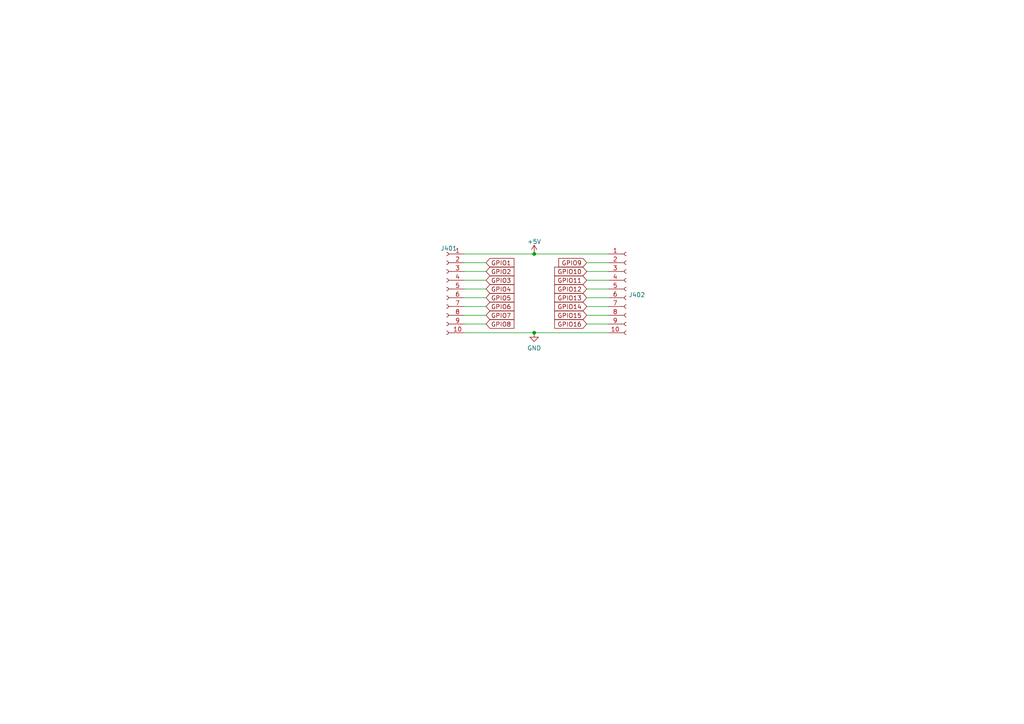
<source format=kicad_sch>
(kicad_sch (version 20211123) (generator eeschema)
  (paper "A4")
  (title_block (title "General Purpose IO module"))
  (lib_symbols
    (symbol "Connector:Conn_01x10_Female" (pin_names (offset 1.016) hide)
      (property "Reference" "J" (at 0 12.7 0))
      (property "Value" "Conn_01x10_Female" (at 0 -15.24 0))
      (symbol "Conn_01x10_Female_1_1"
        (arc (start 0 -12.192) (mid -0.508 -12.7) (end 0 -13.208) (stroke (width 0.1524)))
        (arc (start 0 -9.652) (mid -0.508 -10.16) (end 0 -10.668) (stroke (width 0.1524)))
        (arc (start 0 -7.112) (mid -0.508 -7.62) (end 0 -8.128) (stroke (width 0.1524)))
        (arc (start 0 -4.572) (mid -0.508 -5.08) (end 0 -5.588) (stroke (width 0.1524)))
        (arc (start 0 -2.032) (mid -0.508 -2.54) (end 0 -3.048) (stroke (width 0.1524)))
        (polyline (pts (xy -1.27 -12.7) (xy -0.508 -12.7)) (stroke (width 0.1524)))
        (polyline (pts (xy -1.27 -10.16) (xy -0.508 -10.16)) (stroke (width 0.1524)))
        (polyline (pts (xy -1.27 -7.62) (xy -0.508 -7.62)) (stroke (width 0.1524)))
        (polyline (pts (xy -1.27 -5.08) (xy -0.508 -5.08)) (stroke (width 0.1524)))
        (polyline (pts (xy -1.27 -2.54) (xy -0.508 -2.54)) (stroke (width 0.1524)))
        (polyline (pts (xy -1.27 0) (xy -0.508 0)) (stroke (width 0.1524)))
        (polyline (pts (xy -1.27 2.54) (xy -0.508 2.54)) (stroke (width 0.1524)))
        (polyline (pts (xy -1.27 5.08) (xy -0.508 5.08)) (stroke (width 0.1524)))
        (polyline (pts (xy -1.27 7.62) (xy -0.508 7.62)) (stroke (width 0.1524)))
        (polyline (pts (xy -1.27 10.16) (xy -0.508 10.16)) (stroke (width 0.1524)))
        (arc (start 0 0.508) (mid -0.508 0) (end 0 -0.508) (stroke (width 0.1524)))
        (arc (start 0 3.048) (mid -0.508 2.54) (end 0 2.032) (stroke (width 0.1524)))
        (arc (start 0 5.588) (mid -0.508 5.08) (end 0 4.572) (stroke (width 0.1524)))
        (arc (start 0 8.128) (mid -0.508 7.62) (end 0 7.112) (stroke (width 0.1524)))
        (arc (start 0 10.668) (mid -0.508 10.16) (end 0 9.652) (stroke (width 0.1524)))
        (pin passive line (at -5.08 10.16 0) (length 3.81) (name "Pin_1") (number "1"))
        (pin passive line (at -5.08 -12.7 0) (length 3.81) (name "Pin_10") (number "10"))
        (pin passive line (at -5.08 7.62 0) (length 3.81) (name "Pin_2") (number "2"))
        (pin passive line (at -5.08 5.08 0) (length 3.81) (name "Pin_3") (number "3"))
        (pin passive line (at -5.08 2.54 0) (length 3.81) (name "Pin_4") (number "4"))
        (pin passive line (at -5.08 0 0) (length 3.81) (name "Pin_5") (number "5"))
        (pin passive line (at -5.08 -2.54 0) (length 3.81) (name "Pin_6") (number "6"))
        (pin passive line (at -5.08 -5.08 0) (length 3.81) (name "Pin_7") (number "7"))
        (pin passive line (at -5.08 -7.62 0) (length 3.81) (name "Pin_8") (number "8"))
        (pin passive line (at -5.08 -10.16 0) (length 3.81) (name "Pin_9") (number "9"))
      )
    )
    (symbol "power:+5V" (power) (pin_names (offset 0))
      (property "Value" "+5V" (at 0 3.556 0))
      (symbol "+5V_0_1"
        (polyline (pts (xy -0.762 1.27) (xy 0 2.54)))
        (polyline (pts (xy 0 0) (xy 0 2.54)))
        (polyline (pts (xy 0 2.54) (xy 0.762 1.27)))
      )
      (symbol "+5V_1_1"
        (pin power_in line (at 0 0 90) (length 0) hide (name "+5V") (number "1"))
      )
    )
    (symbol "power:GND" (power) (pin_names (offset 0))
      (property "Value" "GND" (at 0 -3.81 0))
      (symbol "GND_0_1"
        (polyline (pts (xy 0 0) (xy 0 -1.27) (xy 1.27 -1.27) (xy 0 -2.54) (xy -1.27 -1.27) (xy 0 -1.27)))
      )
      (symbol "GND_1_1"
        (pin power_in line (at 0 0 270) (length 0) hide (name "GND") (number "1"))
      )
    )
  )
  (junction (at 154.94 96.52))
  (junction (at 154.94 73.66))
  (wire (pts (xy 140.97 76.2) (xy 134.62 76.2)))
  (wire (pts (xy 140.97 86.36) (xy 134.62 86.36)))
  (wire (pts (xy 134.62 73.66) (xy 154.94 73.66)))
  (wire (pts (xy 170.18 86.36) (xy 176.53 86.36)))
  (wire (pts (xy 140.97 91.44) (xy 134.62 91.44)))
  (wire (pts (xy 134.62 96.52) (xy 154.94 96.52)))
  (wire (pts (xy 140.97 78.74) (xy 134.62 78.74)))
  (wire (pts (xy 140.97 83.82) (xy 134.62 83.82)))
  (wire (pts (xy 170.18 83.82) (xy 176.53 83.82)))
  (wire (pts (xy 170.18 78.74) (xy 176.53 78.74)))
  (wire (pts (xy 140.97 88.9) (xy 134.62 88.9)))
  (wire (pts (xy 170.18 91.44) (xy 176.53 91.44)))
  (wire (pts (xy 170.18 76.2) (xy 176.53 76.2)))
  (wire (pts (xy 154.94 96.52) (xy 176.53 96.52)))
  (wire (pts (xy 140.97 93.98) (xy 134.62 93.98)))
  (wire (pts (xy 170.18 93.98) (xy 176.53 93.98)))
  (wire (pts (xy 170.18 88.9) (xy 176.53 88.9)))
  (wire (pts (xy 140.97 81.28) (xy 134.62 81.28)))
  (wire (pts (xy 170.18 81.28) (xy 176.53 81.28)))
  (wire (pts (xy 154.94 73.66) (xy 176.53 73.66)))
  (global_label "GPIO15" (shape input) (at 170.18 91.44 180) (property "Intersheet References" "${INTERSHEET_REFS}" (effects hide)))
  (global_label "GPIO1" (shape input) (at 140.97 76.2 0) (property "Intersheet References" "${INTERSHEET_REFS}" (effects hide)))
  (global_label "GPIO4" (shape input) (at 140.97 83.82 0) (property "Intersheet References" "${INTERSHEET_REFS}" (effects hide)))
  (global_label "GPIO7" (shape input) (at 140.97 91.44 0) (property "Intersheet References" "${INTERSHEET_REFS}" (effects hide)))
  (global_label "GPIO13" (shape input) (at 170.18 86.36 180) (property "Intersheet References" "${INTERSHEET_REFS}" (effects hide)))
  (global_label "GPIO10" (shape input) (at 170.18 78.74 180) (property "Intersheet References" "${INTERSHEET_REFS}" (effects hide)))
  (global_label "GPIO14" (shape input) (at 170.18 88.9 180) (property "Intersheet References" "${INTERSHEET_REFS}" (effects hide)))
  (global_label "GPIO9" (shape input) (at 170.18 76.2 180) (property "Intersheet References" "${INTERSHEET_REFS}" (effects hide)))
  (global_label "GPIO3" (shape input) (at 140.97 81.28 0) (property "Intersheet References" "${INTERSHEET_REFS}" (effects hide)))
  (global_label "GPIO2" (shape input) (at 140.97 78.74 0) (property "Intersheet References" "${INTERSHEET_REFS}" (effects hide)))
  (global_label "GPIO16" (shape input) (at 170.18 93.98 180) (property "Intersheet References" "${INTERSHEET_REFS}" (effects hide)))
  (global_label "GPIO8" (shape input) (at 140.97 93.98 0) (property "Intersheet References" "${INTERSHEET_REFS}" (effects hide)))
  (global_label "GPIO6" (shape input) (at 140.97 88.9 0) (property "Intersheet References" "${INTERSHEET_REFS}" (effects hide)))
  (global_label "GPIO5" (shape input) (at 140.97 86.36 0) (property "Intersheet References" "${INTERSHEET_REFS}" (effects hide)))
  (global_label "GPIO11" (shape input) (at 170.18 81.28 180) (property "Intersheet References" "${INTERSHEET_REFS}" (effects hide)))
  (global_label "GPIO12" (shape input) (at 170.18 83.82 180) (property "Intersheet References" "${INTERSHEET_REFS}" (effects hide)))
  (symbol (lib_id "power:+5V") (at 154.94 73.66 0) (mirror y) (unit 1)
    (property "Reference" "#PWR0401" (effects hide))
  )
  (symbol (lib_id "Connector:Conn_01x10_Female") (at 129.54 83.82 0) (mirror y) (unit 1)
    (property "Reference" "J401" (at 130.175 72.04 0))
  )
  (symbol (lib_id "power:GND") (at 154.94 96.52 0) (unit 1)
    (property "Reference" "#PWR0402" (effects hide))
  )
  (symbol (lib_id "Connector:Conn_01x10_Female") (at 181.61 83.82 0) (unit 1)
    (property "Reference" "J402" (at 182.3212 85.5238 0) (effects (justify left)))
  )
)
</source>
